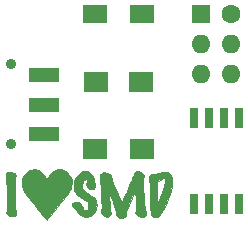
<source format=gts>
G04 #@! TF.FileFunction,Soldermask,Top*
%FSLAX46Y46*%
G04 Gerber Fmt 4.6, Leading zero omitted, Abs format (unit mm)*
G04 Created by KiCad (PCBNEW 4.0.7) date 06/29/18 14:44:45*
%MOMM*%
%LPD*%
G01*
G04 APERTURE LIST*
%ADD10C,0.100000*%
%ADD11C,0.010000*%
%ADD12C,0.900000*%
%ADD13R,2.500000X1.200000*%
%ADD14R,2.000000X1.800860*%
%ADD15R,2.000000X1.600000*%
%ADD16R,1.600000X1.600000*%
%ADD17C,1.600000*%
%ADD18O,1.600000X1.600000*%
%ADD19R,2.000000X1.700000*%
%ADD20R,0.650000X1.700000*%
G04 APERTURE END LIST*
D10*
D11*
G36*
X201490950Y-98233755D02*
X201729776Y-98309650D01*
X201955539Y-98452550D01*
X202158730Y-98664515D01*
X202162923Y-98670035D01*
X202299272Y-98901016D01*
X202368174Y-99150015D01*
X202372368Y-99429812D01*
X202354695Y-99564352D01*
X202328315Y-99699989D01*
X202294066Y-99826676D01*
X202247062Y-99952031D01*
X202182417Y-100083675D01*
X202095247Y-100229227D01*
X201980666Y-100396306D01*
X201833788Y-100592530D01*
X201649729Y-100825519D01*
X201423603Y-101102893D01*
X201178680Y-101398462D01*
X200971117Y-101646796D01*
X200778849Y-101874929D01*
X200607663Y-102076142D01*
X200463343Y-102243715D01*
X200351673Y-102370929D01*
X200278440Y-102451066D01*
X200249662Y-102477469D01*
X200218988Y-102447825D01*
X200144962Y-102364352D01*
X200033407Y-102233968D01*
X199890146Y-102063589D01*
X199721000Y-101860133D01*
X199531792Y-101630517D01*
X199360692Y-101421353D01*
X199152251Y-101163626D01*
X198954414Y-100915062D01*
X198774057Y-100684598D01*
X198618056Y-100481173D01*
X198493290Y-100313724D01*
X198406634Y-100191190D01*
X198372066Y-100136447D01*
X198259329Y-99887321D01*
X198183644Y-99619948D01*
X198149950Y-99359017D01*
X198163187Y-99129217D01*
X198166878Y-99110767D01*
X198264758Y-98826204D01*
X198425228Y-98585202D01*
X198583143Y-98437804D01*
X198778188Y-98311285D01*
X198968346Y-98242888D01*
X199184581Y-98223325D01*
X199285599Y-98227110D01*
X199454970Y-98247121D01*
X199583697Y-98289225D01*
X199699150Y-98358417D01*
X199885901Y-98526747D01*
X200052104Y-98745912D01*
X200177781Y-98988591D01*
X200196741Y-99038808D01*
X200266400Y-99236611D01*
X200316085Y-99070152D01*
X200433632Y-98787270D01*
X200595161Y-98559035D01*
X200791165Y-98387506D01*
X201012137Y-98274743D01*
X201248567Y-98222806D01*
X201490950Y-98233755D01*
X201490950Y-98233755D01*
G37*
X201490950Y-98233755D02*
X201729776Y-98309650D01*
X201955539Y-98452550D01*
X202158730Y-98664515D01*
X202162923Y-98670035D01*
X202299272Y-98901016D01*
X202368174Y-99150015D01*
X202372368Y-99429812D01*
X202354695Y-99564352D01*
X202328315Y-99699989D01*
X202294066Y-99826676D01*
X202247062Y-99952031D01*
X202182417Y-100083675D01*
X202095247Y-100229227D01*
X201980666Y-100396306D01*
X201833788Y-100592530D01*
X201649729Y-100825519D01*
X201423603Y-101102893D01*
X201178680Y-101398462D01*
X200971117Y-101646796D01*
X200778849Y-101874929D01*
X200607663Y-102076142D01*
X200463343Y-102243715D01*
X200351673Y-102370929D01*
X200278440Y-102451066D01*
X200249662Y-102477469D01*
X200218988Y-102447825D01*
X200144962Y-102364352D01*
X200033407Y-102233968D01*
X199890146Y-102063589D01*
X199721000Y-101860133D01*
X199531792Y-101630517D01*
X199360692Y-101421353D01*
X199152251Y-101163626D01*
X198954414Y-100915062D01*
X198774057Y-100684598D01*
X198618056Y-100481173D01*
X198493290Y-100313724D01*
X198406634Y-100191190D01*
X198372066Y-100136447D01*
X198259329Y-99887321D01*
X198183644Y-99619948D01*
X198149950Y-99359017D01*
X198163187Y-99129217D01*
X198166878Y-99110767D01*
X198264758Y-98826204D01*
X198425228Y-98585202D01*
X198583143Y-98437804D01*
X198778188Y-98311285D01*
X198968346Y-98242888D01*
X199184581Y-98223325D01*
X199285599Y-98227110D01*
X199454970Y-98247121D01*
X199583697Y-98289225D01*
X199699150Y-98358417D01*
X199885901Y-98526747D01*
X200052104Y-98745912D01*
X200177781Y-98988591D01*
X200196741Y-99038808D01*
X200266400Y-99236611D01*
X200316085Y-99070152D01*
X200433632Y-98787270D01*
X200595161Y-98559035D01*
X200791165Y-98387506D01*
X201012137Y-98274743D01*
X201248567Y-98222806D01*
X201490950Y-98233755D01*
G36*
X208045181Y-98387666D02*
X208189907Y-98431345D01*
X208344585Y-98521500D01*
X208445951Y-98633652D01*
X208487707Y-98755001D01*
X208463556Y-98872744D01*
X208430388Y-98920154D01*
X208416052Y-98945948D01*
X208406272Y-98991236D01*
X208401268Y-99063767D01*
X208401261Y-99171294D01*
X208406472Y-99321567D01*
X208417122Y-99522338D01*
X208433431Y-99781358D01*
X208455622Y-100106378D01*
X208470014Y-100310462D01*
X208496576Y-100677706D01*
X208519425Y-100975637D01*
X208539585Y-101212954D01*
X208558077Y-101398352D01*
X208575923Y-101540532D01*
X208594146Y-101648189D01*
X208613769Y-101730021D01*
X208635814Y-101794727D01*
X208647779Y-101822748D01*
X208695110Y-101934073D01*
X208709765Y-102003783D01*
X208693609Y-102060370D01*
X208666274Y-102105435D01*
X208562443Y-102197301D01*
X208414917Y-102240188D01*
X208241042Y-102233922D01*
X208058164Y-102178332D01*
X207938179Y-102112706D01*
X207818992Y-102007881D01*
X207773703Y-101892564D01*
X207798135Y-101752748D01*
X207817132Y-101706791D01*
X207838807Y-101647943D01*
X207851854Y-101577058D01*
X207856452Y-101480344D01*
X207852776Y-101344007D01*
X207841003Y-101154256D01*
X207826631Y-100964330D01*
X207804436Y-100673476D01*
X207786134Y-100453274D01*
X207767095Y-100303680D01*
X207742690Y-100224645D01*
X207708292Y-100216123D01*
X207659271Y-100278068D01*
X207590999Y-100410433D01*
X207498846Y-100613171D01*
X207378184Y-100886235D01*
X207345691Y-100959481D01*
X207223617Y-101235519D01*
X207130606Y-101450487D01*
X207063160Y-101614362D01*
X207017779Y-101737121D01*
X206990967Y-101828742D01*
X206979223Y-101899200D01*
X206979049Y-101958474D01*
X206983128Y-101993394D01*
X206992036Y-102108047D01*
X206968809Y-102182855D01*
X206918401Y-102239807D01*
X206833885Y-102299379D01*
X206761596Y-102322923D01*
X206671247Y-102331972D01*
X206641965Y-102338896D01*
X206570111Y-102339803D01*
X206468855Y-102319851D01*
X206466163Y-102319080D01*
X206330802Y-102250102D01*
X206222776Y-102140790D01*
X206159310Y-102013267D01*
X206151829Y-101915344D01*
X206148086Y-101842089D01*
X206120363Y-101720157D01*
X206066922Y-101543828D01*
X205986025Y-101307378D01*
X205875931Y-101005086D01*
X205871923Y-100994308D01*
X205773752Y-100732590D01*
X205698553Y-100538096D01*
X205643302Y-100404349D01*
X205604975Y-100324870D01*
X205580546Y-100293179D01*
X205566991Y-100302800D01*
X205562307Y-100331180D01*
X205561457Y-100418072D01*
X205567010Y-100562490D01*
X205577731Y-100749067D01*
X205592384Y-100962437D01*
X205609733Y-101187233D01*
X205628542Y-101408090D01*
X205647575Y-101609639D01*
X205665597Y-101776516D01*
X205681371Y-101893353D01*
X205691776Y-101941074D01*
X205685116Y-102019328D01*
X205624813Y-102106366D01*
X205530651Y-102184210D01*
X205422414Y-102234882D01*
X205357557Y-102244770D01*
X205197158Y-102212289D01*
X205036376Y-102127514D01*
X204906842Y-102009447D01*
X204866900Y-101950012D01*
X204824323Y-101860362D01*
X204821847Y-101799528D01*
X204858841Y-101729627D01*
X204863116Y-101723074D01*
X204880638Y-101691348D01*
X204893987Y-101650474D01*
X204903212Y-101592057D01*
X204908360Y-101507702D01*
X204909479Y-101389016D01*
X204906618Y-101227605D01*
X204899824Y-101015073D01*
X204889145Y-100743028D01*
X204874629Y-100403075D01*
X204871102Y-100322395D01*
X204854704Y-99977209D01*
X204837199Y-99661038D01*
X204819253Y-99383088D01*
X204801532Y-99152568D01*
X204784700Y-98978686D01*
X204769422Y-98870651D01*
X204764803Y-98850908D01*
X204737461Y-98743645D01*
X204740961Y-98678836D01*
X204782559Y-98624427D01*
X204824516Y-98587139D01*
X204954240Y-98516274D01*
X205111952Y-98489428D01*
X205280220Y-98501584D01*
X205441611Y-98547723D01*
X205578692Y-98622825D01*
X205674031Y-98721872D01*
X205710194Y-98839846D01*
X205710195Y-98842120D01*
X205724061Y-98897551D01*
X205762988Y-99011782D01*
X205822643Y-99174049D01*
X205898688Y-99373586D01*
X205986789Y-99599627D01*
X206082611Y-99841407D01*
X206181818Y-100088162D01*
X206280074Y-100329124D01*
X206373044Y-100553529D01*
X206456394Y-100750612D01*
X206525786Y-100909607D01*
X206576886Y-101019749D01*
X206605359Y-101070272D01*
X206608341Y-101072330D01*
X206632641Y-101037698D01*
X206681672Y-100940777D01*
X206751109Y-100791830D01*
X206836627Y-100601121D01*
X206933901Y-100378913D01*
X207038606Y-100135469D01*
X207146417Y-99881052D01*
X207253009Y-99625925D01*
X207354058Y-99380352D01*
X207445237Y-99154596D01*
X207522223Y-98958920D01*
X207580690Y-98803586D01*
X207616314Y-98698859D01*
X207625461Y-98658698D01*
X207657869Y-98523259D01*
X207746858Y-98429625D01*
X207880079Y-98382769D01*
X208045181Y-98387666D01*
X208045181Y-98387666D01*
G37*
X208045181Y-98387666D02*
X208189907Y-98431345D01*
X208344585Y-98521500D01*
X208445951Y-98633652D01*
X208487707Y-98755001D01*
X208463556Y-98872744D01*
X208430388Y-98920154D01*
X208416052Y-98945948D01*
X208406272Y-98991236D01*
X208401268Y-99063767D01*
X208401261Y-99171294D01*
X208406472Y-99321567D01*
X208417122Y-99522338D01*
X208433431Y-99781358D01*
X208455622Y-100106378D01*
X208470014Y-100310462D01*
X208496576Y-100677706D01*
X208519425Y-100975637D01*
X208539585Y-101212954D01*
X208558077Y-101398352D01*
X208575923Y-101540532D01*
X208594146Y-101648189D01*
X208613769Y-101730021D01*
X208635814Y-101794727D01*
X208647779Y-101822748D01*
X208695110Y-101934073D01*
X208709765Y-102003783D01*
X208693609Y-102060370D01*
X208666274Y-102105435D01*
X208562443Y-102197301D01*
X208414917Y-102240188D01*
X208241042Y-102233922D01*
X208058164Y-102178332D01*
X207938179Y-102112706D01*
X207818992Y-102007881D01*
X207773703Y-101892564D01*
X207798135Y-101752748D01*
X207817132Y-101706791D01*
X207838807Y-101647943D01*
X207851854Y-101577058D01*
X207856452Y-101480344D01*
X207852776Y-101344007D01*
X207841003Y-101154256D01*
X207826631Y-100964330D01*
X207804436Y-100673476D01*
X207786134Y-100453274D01*
X207767095Y-100303680D01*
X207742690Y-100224645D01*
X207708292Y-100216123D01*
X207659271Y-100278068D01*
X207590999Y-100410433D01*
X207498846Y-100613171D01*
X207378184Y-100886235D01*
X207345691Y-100959481D01*
X207223617Y-101235519D01*
X207130606Y-101450487D01*
X207063160Y-101614362D01*
X207017779Y-101737121D01*
X206990967Y-101828742D01*
X206979223Y-101899200D01*
X206979049Y-101958474D01*
X206983128Y-101993394D01*
X206992036Y-102108047D01*
X206968809Y-102182855D01*
X206918401Y-102239807D01*
X206833885Y-102299379D01*
X206761596Y-102322923D01*
X206671247Y-102331972D01*
X206641965Y-102338896D01*
X206570111Y-102339803D01*
X206468855Y-102319851D01*
X206466163Y-102319080D01*
X206330802Y-102250102D01*
X206222776Y-102140790D01*
X206159310Y-102013267D01*
X206151829Y-101915344D01*
X206148086Y-101842089D01*
X206120363Y-101720157D01*
X206066922Y-101543828D01*
X205986025Y-101307378D01*
X205875931Y-101005086D01*
X205871923Y-100994308D01*
X205773752Y-100732590D01*
X205698553Y-100538096D01*
X205643302Y-100404349D01*
X205604975Y-100324870D01*
X205580546Y-100293179D01*
X205566991Y-100302800D01*
X205562307Y-100331180D01*
X205561457Y-100418072D01*
X205567010Y-100562490D01*
X205577731Y-100749067D01*
X205592384Y-100962437D01*
X205609733Y-101187233D01*
X205628542Y-101408090D01*
X205647575Y-101609639D01*
X205665597Y-101776516D01*
X205681371Y-101893353D01*
X205691776Y-101941074D01*
X205685116Y-102019328D01*
X205624813Y-102106366D01*
X205530651Y-102184210D01*
X205422414Y-102234882D01*
X205357557Y-102244770D01*
X205197158Y-102212289D01*
X205036376Y-102127514D01*
X204906842Y-102009447D01*
X204866900Y-101950012D01*
X204824323Y-101860362D01*
X204821847Y-101799528D01*
X204858841Y-101729627D01*
X204863116Y-101723074D01*
X204880638Y-101691348D01*
X204893987Y-101650474D01*
X204903212Y-101592057D01*
X204908360Y-101507702D01*
X204909479Y-101389016D01*
X204906618Y-101227605D01*
X204899824Y-101015073D01*
X204889145Y-100743028D01*
X204874629Y-100403075D01*
X204871102Y-100322395D01*
X204854704Y-99977209D01*
X204837199Y-99661038D01*
X204819253Y-99383088D01*
X204801532Y-99152568D01*
X204784700Y-98978686D01*
X204769422Y-98870651D01*
X204764803Y-98850908D01*
X204737461Y-98743645D01*
X204740961Y-98678836D01*
X204782559Y-98624427D01*
X204824516Y-98587139D01*
X204954240Y-98516274D01*
X205111952Y-98489428D01*
X205280220Y-98501584D01*
X205441611Y-98547723D01*
X205578692Y-98622825D01*
X205674031Y-98721872D01*
X205710194Y-98839846D01*
X205710195Y-98842120D01*
X205724061Y-98897551D01*
X205762988Y-99011782D01*
X205822643Y-99174049D01*
X205898688Y-99373586D01*
X205986789Y-99599627D01*
X206082611Y-99841407D01*
X206181818Y-100088162D01*
X206280074Y-100329124D01*
X206373044Y-100553529D01*
X206456394Y-100750612D01*
X206525786Y-100909607D01*
X206576886Y-101019749D01*
X206605359Y-101070272D01*
X206608341Y-101072330D01*
X206632641Y-101037698D01*
X206681672Y-100940777D01*
X206751109Y-100791830D01*
X206836627Y-100601121D01*
X206933901Y-100378913D01*
X207038606Y-100135469D01*
X207146417Y-99881052D01*
X207253009Y-99625925D01*
X207354058Y-99380352D01*
X207445237Y-99154596D01*
X207522223Y-98958920D01*
X207580690Y-98803586D01*
X207616314Y-98698859D01*
X207625461Y-98658698D01*
X207657869Y-98523259D01*
X207746858Y-98429625D01*
X207880079Y-98382769D01*
X208045181Y-98387666D01*
G36*
X210446152Y-98464118D02*
X210603849Y-98568843D01*
X210751401Y-98739529D01*
X210780923Y-98782149D01*
X210860612Y-98917352D01*
X210898559Y-99038024D01*
X210907923Y-99179093D01*
X210890285Y-99405621D01*
X210840674Y-99685713D01*
X210764042Y-100004053D01*
X210665339Y-100345324D01*
X210549518Y-100694210D01*
X210421530Y-101035395D01*
X210286328Y-101353562D01*
X210148862Y-101633394D01*
X210069125Y-101773614D01*
X209979558Y-101904225D01*
X209872521Y-102035783D01*
X209762700Y-102152894D01*
X209664780Y-102240163D01*
X209593446Y-102282196D01*
X209582391Y-102283847D01*
X209514798Y-102295695D01*
X209494580Y-102301960D01*
X209424840Y-102299808D01*
X209328372Y-102269564D01*
X209325307Y-102268222D01*
X209239553Y-102227661D01*
X209174203Y-102184595D01*
X209126255Y-102128295D01*
X209092705Y-102048032D01*
X209070552Y-101933077D01*
X209056792Y-101772701D01*
X209048422Y-101556174D01*
X209042441Y-101272768D01*
X209042147Y-101256493D01*
X209034974Y-100924325D01*
X209025449Y-100584891D01*
X209014064Y-100248852D01*
X209001307Y-99926870D01*
X208987668Y-99629605D01*
X208973637Y-99367717D01*
X208967537Y-99273219D01*
X209618384Y-99273219D01*
X209618384Y-100130568D01*
X209619524Y-100450145D01*
X209623206Y-100698290D01*
X209629827Y-100881695D01*
X209639782Y-101007053D01*
X209653468Y-101081057D01*
X209671279Y-101110398D01*
X209676398Y-101111539D01*
X209692413Y-101076785D01*
X209729560Y-100980990D01*
X209783084Y-100836858D01*
X209848233Y-100657089D01*
X209884789Y-100554693D01*
X210005786Y-100207981D01*
X210099700Y-99923836D01*
X210169202Y-99692554D01*
X210216963Y-99504435D01*
X210245655Y-99349774D01*
X210257948Y-99218871D01*
X210258632Y-99196770D01*
X210257684Y-99071624D01*
X210243739Y-99004711D01*
X210210296Y-98976382D01*
X210183764Y-98970478D01*
X210113291Y-98985257D01*
X210002015Y-99034819D01*
X209872911Y-99108780D01*
X209861379Y-99116164D01*
X209618384Y-99273219D01*
X208967537Y-99273219D01*
X208959702Y-99151869D01*
X208946355Y-98992720D01*
X208934083Y-98900931D01*
X208933956Y-98900337D01*
X208926105Y-98814726D01*
X208957008Y-98747650D01*
X209036495Y-98671640D01*
X209129825Y-98603861D01*
X209215789Y-98578997D01*
X209334770Y-98585880D01*
X209342835Y-98586926D01*
X209477889Y-98591689D01*
X209625445Y-98566408D01*
X209794230Y-98513602D01*
X210053137Y-98439708D01*
X210266513Y-98422143D01*
X210446152Y-98464118D01*
X210446152Y-98464118D01*
G37*
X210446152Y-98464118D02*
X210603849Y-98568843D01*
X210751401Y-98739529D01*
X210780923Y-98782149D01*
X210860612Y-98917352D01*
X210898559Y-99038024D01*
X210907923Y-99179093D01*
X210890285Y-99405621D01*
X210840674Y-99685713D01*
X210764042Y-100004053D01*
X210665339Y-100345324D01*
X210549518Y-100694210D01*
X210421530Y-101035395D01*
X210286328Y-101353562D01*
X210148862Y-101633394D01*
X210069125Y-101773614D01*
X209979558Y-101904225D01*
X209872521Y-102035783D01*
X209762700Y-102152894D01*
X209664780Y-102240163D01*
X209593446Y-102282196D01*
X209582391Y-102283847D01*
X209514798Y-102295695D01*
X209494580Y-102301960D01*
X209424840Y-102299808D01*
X209328372Y-102269564D01*
X209325307Y-102268222D01*
X209239553Y-102227661D01*
X209174203Y-102184595D01*
X209126255Y-102128295D01*
X209092705Y-102048032D01*
X209070552Y-101933077D01*
X209056792Y-101772701D01*
X209048422Y-101556174D01*
X209042441Y-101272768D01*
X209042147Y-101256493D01*
X209034974Y-100924325D01*
X209025449Y-100584891D01*
X209014064Y-100248852D01*
X209001307Y-99926870D01*
X208987668Y-99629605D01*
X208973637Y-99367717D01*
X208967537Y-99273219D01*
X209618384Y-99273219D01*
X209618384Y-100130568D01*
X209619524Y-100450145D01*
X209623206Y-100698290D01*
X209629827Y-100881695D01*
X209639782Y-101007053D01*
X209653468Y-101081057D01*
X209671279Y-101110398D01*
X209676398Y-101111539D01*
X209692413Y-101076785D01*
X209729560Y-100980990D01*
X209783084Y-100836858D01*
X209848233Y-100657089D01*
X209884789Y-100554693D01*
X210005786Y-100207981D01*
X210099700Y-99923836D01*
X210169202Y-99692554D01*
X210216963Y-99504435D01*
X210245655Y-99349774D01*
X210257948Y-99218871D01*
X210258632Y-99196770D01*
X210257684Y-99071624D01*
X210243739Y-99004711D01*
X210210296Y-98976382D01*
X210183764Y-98970478D01*
X210113291Y-98985257D01*
X210002015Y-99034819D01*
X209872911Y-99108780D01*
X209861379Y-99116164D01*
X209618384Y-99273219D01*
X208967537Y-99273219D01*
X208959702Y-99151869D01*
X208946355Y-98992720D01*
X208934083Y-98900931D01*
X208933956Y-98900337D01*
X208926105Y-98814726D01*
X208957008Y-98747650D01*
X209036495Y-98671640D01*
X209129825Y-98603861D01*
X209215789Y-98578997D01*
X209334770Y-98585880D01*
X209342835Y-98586926D01*
X209477889Y-98591689D01*
X209625445Y-98566408D01*
X209794230Y-98513602D01*
X210053137Y-98439708D01*
X210266513Y-98422143D01*
X210446152Y-98464118D01*
G36*
X203753430Y-98405141D02*
X203954595Y-98511391D01*
X204114311Y-98682674D01*
X204231236Y-98917574D01*
X204301339Y-99197627D01*
X204335202Y-99467345D01*
X204336546Y-99670350D01*
X204303366Y-99811878D01*
X204233658Y-99897167D01*
X204125417Y-99931453D01*
X204022007Y-99927433D01*
X203857986Y-99871538D01*
X203727322Y-99763113D01*
X203641086Y-99619824D01*
X203610350Y-99459337D01*
X203638791Y-99315989D01*
X203667864Y-99220825D01*
X203653911Y-99157833D01*
X203639586Y-99138119D01*
X203556971Y-99084587D01*
X203465749Y-99097611D01*
X203377240Y-99168172D01*
X203302761Y-99287256D01*
X203253687Y-99445542D01*
X203234416Y-99641010D01*
X203260871Y-99807195D01*
X203339774Y-99954379D01*
X203477848Y-100092844D01*
X203681815Y-100232872D01*
X203820100Y-100311872D01*
X204058532Y-100457163D01*
X204231984Y-100601723D01*
X204352480Y-100758179D01*
X204432046Y-100939158D01*
X204439015Y-100961773D01*
X204490343Y-101254217D01*
X204471198Y-101536319D01*
X204383448Y-101796012D01*
X204285415Y-101953815D01*
X204121878Y-102106761D01*
X203914863Y-102205382D01*
X203680703Y-102245659D01*
X203435733Y-102223570D01*
X203322509Y-102190858D01*
X203086671Y-102070098D01*
X202889000Y-101886863D01*
X202812275Y-101785610D01*
X202713834Y-101657126D01*
X202604853Y-101535768D01*
X202556690Y-101489770D01*
X202466091Y-101401732D01*
X202398760Y-101321383D01*
X202386285Y-101301564D01*
X202369488Y-101203525D01*
X202420178Y-101116441D01*
X202527767Y-101047766D01*
X202681666Y-101004957D01*
X202822652Y-100994308D01*
X202958068Y-101016654D01*
X203076066Y-101089596D01*
X203186473Y-101221984D01*
X203299117Y-101422672D01*
X203299847Y-101424154D01*
X203369129Y-101558004D01*
X203422930Y-101636136D01*
X203476549Y-101674670D01*
X203545287Y-101689726D01*
X203552622Y-101690469D01*
X203640957Y-101689893D01*
X203693881Y-101652752D01*
X203738238Y-101564724D01*
X203788486Y-101384309D01*
X203784118Y-101195654D01*
X203754168Y-101060435D01*
X203729117Y-100988031D01*
X203690862Y-100931611D01*
X203624317Y-100878750D01*
X203514398Y-100817023D01*
X203374770Y-100747902D01*
X203079741Y-100579762D01*
X202857261Y-100393290D01*
X202702587Y-100181740D01*
X202610979Y-99938367D01*
X202577695Y-99656426D01*
X202577419Y-99613620D01*
X202606021Y-99303625D01*
X202684129Y-99024208D01*
X202805597Y-98783574D01*
X202964281Y-98589929D01*
X203154038Y-98451476D01*
X203368724Y-98376422D01*
X203512158Y-98365338D01*
X203753430Y-98405141D01*
X203753430Y-98405141D01*
G37*
X203753430Y-98405141D02*
X203954595Y-98511391D01*
X204114311Y-98682674D01*
X204231236Y-98917574D01*
X204301339Y-99197627D01*
X204335202Y-99467345D01*
X204336546Y-99670350D01*
X204303366Y-99811878D01*
X204233658Y-99897167D01*
X204125417Y-99931453D01*
X204022007Y-99927433D01*
X203857986Y-99871538D01*
X203727322Y-99763113D01*
X203641086Y-99619824D01*
X203610350Y-99459337D01*
X203638791Y-99315989D01*
X203667864Y-99220825D01*
X203653911Y-99157833D01*
X203639586Y-99138119D01*
X203556971Y-99084587D01*
X203465749Y-99097611D01*
X203377240Y-99168172D01*
X203302761Y-99287256D01*
X203253687Y-99445542D01*
X203234416Y-99641010D01*
X203260871Y-99807195D01*
X203339774Y-99954379D01*
X203477848Y-100092844D01*
X203681815Y-100232872D01*
X203820100Y-100311872D01*
X204058532Y-100457163D01*
X204231984Y-100601723D01*
X204352480Y-100758179D01*
X204432046Y-100939158D01*
X204439015Y-100961773D01*
X204490343Y-101254217D01*
X204471198Y-101536319D01*
X204383448Y-101796012D01*
X204285415Y-101953815D01*
X204121878Y-102106761D01*
X203914863Y-102205382D01*
X203680703Y-102245659D01*
X203435733Y-102223570D01*
X203322509Y-102190858D01*
X203086671Y-102070098D01*
X202889000Y-101886863D01*
X202812275Y-101785610D01*
X202713834Y-101657126D01*
X202604853Y-101535768D01*
X202556690Y-101489770D01*
X202466091Y-101401732D01*
X202398760Y-101321383D01*
X202386285Y-101301564D01*
X202369488Y-101203525D01*
X202420178Y-101116441D01*
X202527767Y-101047766D01*
X202681666Y-101004957D01*
X202822652Y-100994308D01*
X202958068Y-101016654D01*
X203076066Y-101089596D01*
X203186473Y-101221984D01*
X203299117Y-101422672D01*
X203299847Y-101424154D01*
X203369129Y-101558004D01*
X203422930Y-101636136D01*
X203476549Y-101674670D01*
X203545287Y-101689726D01*
X203552622Y-101690469D01*
X203640957Y-101689893D01*
X203693881Y-101652752D01*
X203738238Y-101564724D01*
X203788486Y-101384309D01*
X203784118Y-101195654D01*
X203754168Y-101060435D01*
X203729117Y-100988031D01*
X203690862Y-100931611D01*
X203624317Y-100878750D01*
X203514398Y-100817023D01*
X203374770Y-100747902D01*
X203079741Y-100579762D01*
X202857261Y-100393290D01*
X202702587Y-100181740D01*
X202610979Y-99938367D01*
X202577695Y-99656426D01*
X202577419Y-99613620D01*
X202606021Y-99303625D01*
X202684129Y-99024208D01*
X202805597Y-98783574D01*
X202964281Y-98589929D01*
X203154038Y-98451476D01*
X203368724Y-98376422D01*
X203512158Y-98365338D01*
X203753430Y-98405141D01*
G36*
X197316389Y-98447743D02*
X197425845Y-98493110D01*
X197558213Y-98575184D01*
X197621742Y-98659357D01*
X197624449Y-98761907D01*
X197598431Y-98843539D01*
X197583912Y-98891050D01*
X197572877Y-98957189D01*
X197565234Y-99049830D01*
X197560893Y-99176843D01*
X197559763Y-99346099D01*
X197561754Y-99565470D01*
X197566774Y-99842827D01*
X197574732Y-100186042D01*
X197580392Y-100408154D01*
X197589654Y-100740810D01*
X197599505Y-101054000D01*
X197609551Y-101337850D01*
X197619396Y-101582481D01*
X197628643Y-101778018D01*
X197636898Y-101914584D01*
X197643400Y-101980370D01*
X197654641Y-102078638D01*
X197633670Y-102130393D01*
X197568182Y-102164698D01*
X197564811Y-102165985D01*
X197428734Y-102198926D01*
X197282201Y-102189856D01*
X197143376Y-102153843D01*
X196972132Y-102077438D01*
X196870751Y-101979742D01*
X196841852Y-101864965D01*
X196886008Y-101740561D01*
X196898149Y-101701172D01*
X196906593Y-101623703D01*
X196911347Y-101501990D01*
X196912416Y-101329871D01*
X196909806Y-101101185D01*
X196903522Y-100809767D01*
X196893571Y-100449456D01*
X196887373Y-100246399D01*
X196876473Y-99915649D01*
X196865181Y-99605450D01*
X196853930Y-99325493D01*
X196843153Y-99085469D01*
X196833285Y-98895072D01*
X196824758Y-98763993D01*
X196818351Y-98703513D01*
X196824930Y-98579703D01*
X196891429Y-98487579D01*
X197004442Y-98431781D01*
X197150564Y-98416955D01*
X197316389Y-98447743D01*
X197316389Y-98447743D01*
G37*
X197316389Y-98447743D02*
X197425845Y-98493110D01*
X197558213Y-98575184D01*
X197621742Y-98659357D01*
X197624449Y-98761907D01*
X197598431Y-98843539D01*
X197583912Y-98891050D01*
X197572877Y-98957189D01*
X197565234Y-99049830D01*
X197560893Y-99176843D01*
X197559763Y-99346099D01*
X197561754Y-99565470D01*
X197566774Y-99842827D01*
X197574732Y-100186042D01*
X197580392Y-100408154D01*
X197589654Y-100740810D01*
X197599505Y-101054000D01*
X197609551Y-101337850D01*
X197619396Y-101582481D01*
X197628643Y-101778018D01*
X197636898Y-101914584D01*
X197643400Y-101980370D01*
X197654641Y-102078638D01*
X197633670Y-102130393D01*
X197568182Y-102164698D01*
X197564811Y-102165985D01*
X197428734Y-102198926D01*
X197282201Y-102189856D01*
X197143376Y-102153843D01*
X196972132Y-102077438D01*
X196870751Y-101979742D01*
X196841852Y-101864965D01*
X196886008Y-101740561D01*
X196898149Y-101701172D01*
X196906593Y-101623703D01*
X196911347Y-101501990D01*
X196912416Y-101329871D01*
X196909806Y-101101185D01*
X196903522Y-100809767D01*
X196893571Y-100449456D01*
X196887373Y-100246399D01*
X196876473Y-99915649D01*
X196865181Y-99605450D01*
X196853930Y-99325493D01*
X196843153Y-99085469D01*
X196833285Y-98895072D01*
X196824758Y-98763993D01*
X196818351Y-98703513D01*
X196824930Y-98579703D01*
X196891429Y-98487579D01*
X197004442Y-98431781D01*
X197150564Y-98416955D01*
X197316389Y-98447743D01*
D12*
X197275000Y-96110000D03*
D13*
X200025000Y-90210000D03*
X200025000Y-92750000D03*
X200025000Y-95210000D03*
D12*
X197275000Y-89310000D03*
D14*
X208280000Y-90805000D03*
X204470000Y-90805000D03*
D15*
X204375000Y-85090000D03*
X208375000Y-85090000D03*
D16*
X213360000Y-85090000D03*
D17*
X215900000Y-85090000D03*
D18*
X213360000Y-87630000D03*
X215900000Y-87630000D03*
X213360000Y-90170000D03*
X215900000Y-90170000D03*
D19*
X204375000Y-96520000D03*
X208375000Y-96520000D03*
D20*
X212725000Y-101186000D03*
X213995000Y-101186000D03*
X215265000Y-101186000D03*
X216535000Y-101186000D03*
X216535000Y-93886000D03*
X215265000Y-93886000D03*
X213995000Y-93886000D03*
X212725000Y-93886000D03*
M02*

</source>
